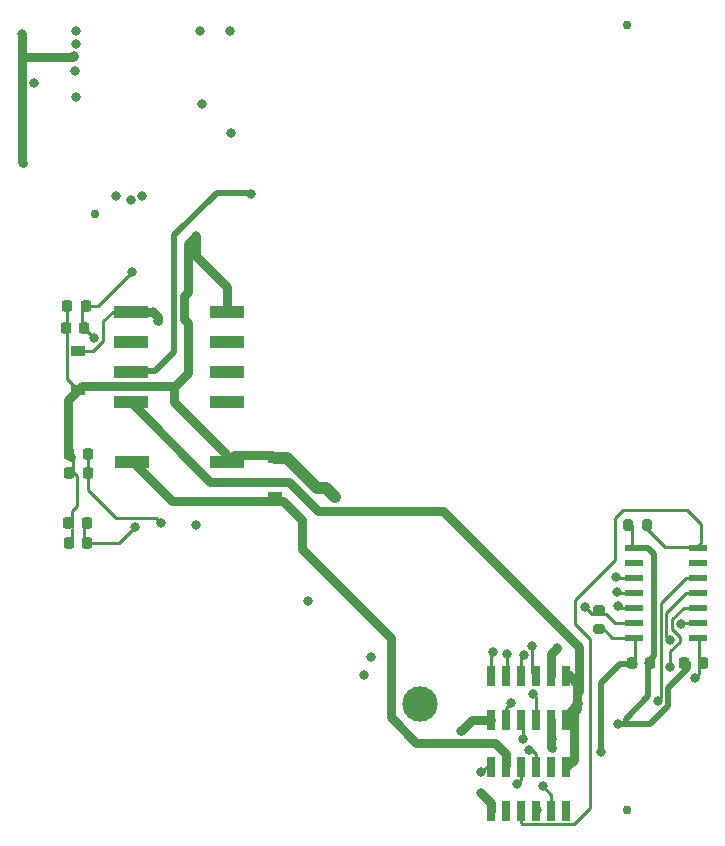
<source format=gbr>
G04 #@! TF.GenerationSoftware,KiCad,Pcbnew,6.0.0+dfsg1-2*
G04 #@! TF.CreationDate,2022-02-08T13:12:27-05:00*
G04 #@! TF.ProjectId,RUSP_Daughterboard,52555350-5f44-4617-9567-68746572626f,rev?*
G04 #@! TF.SameCoordinates,Original*
G04 #@! TF.FileFunction,Copper,L4,Bot*
G04 #@! TF.FilePolarity,Positive*
%FSLAX46Y46*%
G04 Gerber Fmt 4.6, Leading zero omitted, Abs format (unit mm)*
G04 Created by KiCad (PCBNEW 6.0.0+dfsg1-2) date 2022-02-08 13:12:27*
%MOMM*%
%LPD*%
G01*
G04 APERTURE LIST*
G04 Aperture macros list*
%AMRoundRect*
0 Rectangle with rounded corners*
0 $1 Rounding radius*
0 $2 $3 $4 $5 $6 $7 $8 $9 X,Y pos of 4 corners*
0 Add a 4 corners polygon primitive as box body*
4,1,4,$2,$3,$4,$5,$6,$7,$8,$9,$2,$3,0*
0 Add four circle primitives for the rounded corners*
1,1,$1+$1,$2,$3*
1,1,$1+$1,$4,$5*
1,1,$1+$1,$6,$7*
1,1,$1+$1,$8,$9*
0 Add four rect primitives between the rounded corners*
20,1,$1+$1,$2,$3,$4,$5,0*
20,1,$1+$1,$4,$5,$6,$7,0*
20,1,$1+$1,$6,$7,$8,$9,0*
20,1,$1+$1,$8,$9,$2,$3,0*%
G04 Aperture macros list end*
G04 #@! TA.AperFunction,SMDPad,CuDef*
%ADD10RoundRect,0.200000X0.200000X0.275000X-0.200000X0.275000X-0.200000X-0.275000X0.200000X-0.275000X0*%
G04 #@! TD*
G04 #@! TA.AperFunction,SMDPad,CuDef*
%ADD11RoundRect,0.200000X0.275000X-0.200000X0.275000X0.200000X-0.275000X0.200000X-0.275000X-0.200000X0*%
G04 #@! TD*
G04 #@! TA.AperFunction,SMDPad,CuDef*
%ADD12RoundRect,0.218750X0.218750X0.256250X-0.218750X0.256250X-0.218750X-0.256250X0.218750X-0.256250X0*%
G04 #@! TD*
G04 #@! TA.AperFunction,SMDPad,CuDef*
%ADD13RoundRect,0.225000X-0.225000X-0.250000X0.225000X-0.250000X0.225000X0.250000X-0.225000X0.250000X0*%
G04 #@! TD*
G04 #@! TA.AperFunction,SMDPad,CuDef*
%ADD14RoundRect,0.225000X0.225000X0.250000X-0.225000X0.250000X-0.225000X-0.250000X0.225000X-0.250000X0*%
G04 #@! TD*
G04 #@! TA.AperFunction,ComponentPad*
%ADD15C,3.000000*%
G04 #@! TD*
G04 #@! TA.AperFunction,SMDPad,CuDef*
%ADD16R,0.740000X1.675000*%
G04 #@! TD*
G04 #@! TA.AperFunction,SMDPad,CuDef*
%ADD17C,0.750000*%
G04 #@! TD*
G04 #@! TA.AperFunction,SMDPad,CuDef*
%ADD18R,3.000000X1.110000*%
G04 #@! TD*
G04 #@! TA.AperFunction,SMDPad,CuDef*
%ADD19R,1.200000X0.900000*%
G04 #@! TD*
G04 #@! TA.AperFunction,SMDPad,CuDef*
%ADD20R,1.500000X0.600000*%
G04 #@! TD*
G04 #@! TA.AperFunction,ViaPad*
%ADD21C,0.800000*%
G04 #@! TD*
G04 #@! TA.AperFunction,Conductor*
%ADD22C,0.250000*%
G04 #@! TD*
G04 #@! TA.AperFunction,Conductor*
%ADD23C,0.750000*%
G04 #@! TD*
G04 #@! TA.AperFunction,Conductor*
%ADD24C,0.500000*%
G04 #@! TD*
G04 #@! TA.AperFunction,Conductor*
%ADD25C,1.000000*%
G04 #@! TD*
G04 APERTURE END LIST*
D10*
X173225000Y-112850000D03*
X171575000Y-112850000D03*
D11*
X169150000Y-121675000D03*
X169150000Y-120025000D03*
D12*
X125887500Y-108475000D03*
X124312500Y-108475000D03*
X125802500Y-112725000D03*
X124227500Y-112725000D03*
X125687500Y-94300000D03*
X124112500Y-94300000D03*
D13*
X171925000Y-124550000D03*
X173475000Y-124550000D03*
D14*
X177925000Y-124500000D03*
X176375000Y-124500000D03*
X125865000Y-106850000D03*
X124315000Y-106850000D03*
X125800000Y-114350000D03*
X124250000Y-114350000D03*
X125575000Y-96200000D03*
X124025000Y-96200000D03*
D15*
X154000000Y-128000000D03*
D16*
X160025000Y-137040000D03*
X160025000Y-133360000D03*
X161295000Y-137040000D03*
X161295000Y-133360000D03*
X162565000Y-137040000D03*
X162565000Y-133360000D03*
X163835000Y-137040000D03*
X163835000Y-133360000D03*
X165105000Y-137040000D03*
X165105000Y-133360000D03*
X166375000Y-137040000D03*
X166375000Y-133360000D03*
D17*
X171500000Y-70500000D03*
X126500000Y-86500000D03*
D16*
X160025000Y-129340000D03*
X160025000Y-125660000D03*
X161295000Y-129340000D03*
X161295000Y-125660000D03*
X162565000Y-129340000D03*
X162565000Y-125660000D03*
X163835000Y-129340000D03*
X163835000Y-125660000D03*
X165105000Y-129340000D03*
X165105000Y-125660000D03*
X166375000Y-129340000D03*
X166375000Y-125660000D03*
D18*
X129630000Y-107530000D03*
X129502000Y-102450000D03*
X129502000Y-99910000D03*
X129502000Y-97370000D03*
X129502000Y-94830000D03*
X137630000Y-94830000D03*
X137630000Y-97370000D03*
X137630000Y-99910000D03*
X137630000Y-102450000D03*
X137630000Y-107530000D03*
D19*
X125000000Y-101450000D03*
X125000000Y-98150000D03*
X141700000Y-110450000D03*
X141700000Y-107150000D03*
D17*
X171500000Y-137000000D03*
D20*
X172150000Y-122410000D03*
X172150000Y-121140000D03*
X172150000Y-119870000D03*
X172150000Y-118600000D03*
X172150000Y-117330000D03*
X172150000Y-116060000D03*
X172150000Y-114790000D03*
X177550000Y-114790000D03*
X177550000Y-116060000D03*
X177550000Y-117330000D03*
X177550000Y-118600000D03*
X177550000Y-119870000D03*
X177550000Y-121140000D03*
X177550000Y-122410000D03*
D21*
X159132660Y-135507340D03*
X124723699Y-73134294D03*
X120300000Y-71300000D03*
X135000000Y-88400000D03*
X165600000Y-123300000D03*
X149225010Y-125524888D03*
X157480000Y-130302000D03*
X170800000Y-129700000D03*
X146050000Y-109728000D03*
X146812000Y-110490000D03*
X120396006Y-82200000D03*
X174149991Y-127749991D03*
X162700000Y-131000000D03*
X161400000Y-123800000D03*
X175200000Y-124900000D03*
X161694805Y-127925000D03*
X160200000Y-123600000D03*
X177300000Y-125800000D03*
X139700000Y-84836000D03*
X138000000Y-79700000D03*
X121300000Y-75400000D03*
X169300000Y-132100000D03*
X159200000Y-133800000D03*
X137900000Y-71000000D03*
X129537660Y-85362340D03*
X170650000Y-118550000D03*
X124800000Y-74400000D03*
X124909034Y-72152125D03*
X130481712Y-85032505D03*
X170600000Y-117250000D03*
X135500000Y-77250000D03*
X163600000Y-127200000D03*
X124900000Y-76600000D03*
X170800000Y-119750000D03*
X128300000Y-85000000D03*
X168000000Y-119800000D03*
X163500000Y-123100000D03*
X176100000Y-121200000D03*
X129600000Y-91400000D03*
X164400000Y-134974990D03*
X126437701Y-97037701D03*
X129900000Y-113000000D03*
X163200000Y-131900000D03*
X163900000Y-137025010D03*
X132029325Y-112674990D03*
X144500000Y-119300000D03*
X135010743Y-112824979D03*
X149855726Y-124068501D03*
X162200000Y-134800000D03*
X135400000Y-71000000D03*
X124900000Y-71000000D03*
X165201292Y-131775010D03*
X131400000Y-94800000D03*
X131826000Y-95600000D03*
X165201292Y-131001292D03*
X167400000Y-127000000D03*
X162775000Y-123900000D03*
X175124500Y-122600000D03*
D22*
X124714000Y-108458000D02*
X124968000Y-108712000D01*
X124968000Y-108712000D02*
X124968000Y-111232000D01*
X124968000Y-111232000D02*
X124530000Y-111670000D01*
X124530000Y-111670000D02*
X124530000Y-113025000D01*
X177635000Y-125465000D02*
X177635000Y-122485000D01*
X177300000Y-125800000D02*
X177635000Y-125465000D01*
X177635000Y-122485000D02*
X177620000Y-122500000D01*
X177620000Y-122500000D02*
X177550000Y-122500000D01*
D23*
X167400000Y-127000000D02*
X167300000Y-127100000D01*
X167300000Y-127100000D02*
X167300000Y-128415000D01*
X167300000Y-128415000D02*
X166375000Y-129340000D01*
X166375000Y-133360000D02*
X166999999Y-132735001D01*
X166999999Y-132735001D02*
X166999999Y-128300001D01*
X166999999Y-128300001D02*
X167400000Y-127900000D01*
X167400000Y-127000000D02*
X167500000Y-126900000D01*
X167500000Y-126900000D02*
X167500000Y-123200000D01*
X167500000Y-123200000D02*
X155956483Y-111656483D01*
X145400000Y-111656483D02*
X142943517Y-109200000D01*
X155956483Y-111656483D02*
X145400000Y-111656483D01*
X142943517Y-109200000D02*
X136252000Y-109200000D01*
X136252000Y-109200000D02*
X129502000Y-102450000D01*
D22*
X126437701Y-97037701D02*
X125410000Y-96010000D01*
X125410000Y-96010000D02*
X125410000Y-94300000D01*
X125410000Y-94300000D02*
X126700000Y-94300000D01*
X126700000Y-94300000D02*
X129600000Y-91400000D01*
X124390000Y-94300000D02*
X124074999Y-94615001D01*
X124074999Y-94615001D02*
X124074999Y-100452999D01*
X124074999Y-100452999D02*
X125222000Y-101600000D01*
D23*
X124723699Y-73134294D02*
X124657993Y-73200000D01*
X124657993Y-73200000D02*
X120410000Y-73200000D01*
X120410000Y-73200000D02*
X120300000Y-73310000D01*
X137600000Y-107600000D02*
X138266000Y-106934000D01*
X125350000Y-101100000D02*
X133104000Y-101100000D01*
X135000000Y-88400000D02*
X134366000Y-89034000D01*
X135000000Y-88400000D02*
X135000000Y-90042000D01*
D24*
X171400000Y-129241980D02*
X173300000Y-127341980D01*
D22*
X171915000Y-114515000D02*
X172200000Y-114800000D01*
D24*
X173457984Y-129700000D02*
X171400000Y-129700000D01*
D23*
X158442000Y-129340000D02*
X157480000Y-130302000D01*
D22*
X171915000Y-112850000D02*
X171915000Y-114515000D01*
D24*
X173824990Y-123910010D02*
X173824990Y-115324990D01*
D23*
X160025000Y-129340000D02*
X158442000Y-129340000D01*
D25*
X146050000Y-109728000D02*
X145288000Y-109728000D01*
D23*
X134366000Y-89034000D02*
X134366000Y-93134000D01*
X160025000Y-136399680D02*
X159132660Y-135507340D01*
X138266000Y-106934000D02*
X141478000Y-106934000D01*
D24*
X173185000Y-124550000D02*
X173824990Y-123910010D01*
X176665000Y-124993002D02*
X174999992Y-126658010D01*
D25*
X146050000Y-109728000D02*
X146812000Y-110490000D01*
D22*
X176665000Y-124500000D02*
X176370000Y-124500000D01*
D23*
X137600000Y-106866000D02*
X137600000Y-107600000D01*
X134366000Y-99980002D02*
X133175001Y-101171001D01*
X124206000Y-102244000D02*
X124206000Y-106869214D01*
X120300000Y-73310000D02*
X120300000Y-82103994D01*
D24*
X173300000Y-114800000D02*
X172100000Y-114800000D01*
X174999992Y-126658010D02*
X174999992Y-128157992D01*
D25*
X142748000Y-107188000D02*
X141732000Y-107188000D01*
D24*
X171400000Y-129700000D02*
X171400000Y-129241980D01*
D23*
X125000000Y-101450000D02*
X125350000Y-101100000D01*
X134000000Y-95400000D02*
X134366000Y-95766000D01*
X134000000Y-93500000D02*
X134000000Y-95400000D01*
X160025000Y-137040000D02*
X160025000Y-136399680D01*
D24*
X171400000Y-129700000D02*
X170800000Y-129700000D01*
D23*
X137668000Y-92710000D02*
X137668000Y-94742000D01*
X165105000Y-125660000D02*
X165105000Y-123795000D01*
X120300000Y-82103994D02*
X120396006Y-82200000D01*
D22*
X124540000Y-114350000D02*
X124540000Y-113204000D01*
D24*
X174999992Y-128157992D02*
X173457984Y-129700000D01*
D23*
X134366000Y-95766000D02*
X134366000Y-99980002D01*
X165105000Y-123795000D02*
X165600000Y-123300000D01*
X120300000Y-71300000D02*
X120300000Y-73310000D01*
X133104000Y-101100000D02*
X133175001Y-101171001D01*
D25*
X145288000Y-109728000D02*
X142748000Y-107188000D01*
D22*
X124615000Y-108475000D02*
X124615000Y-107287000D01*
D23*
X133175001Y-102441001D02*
X137600000Y-106866000D01*
X124206000Y-106869214D02*
X124460000Y-107123214D01*
X135000000Y-90042000D02*
X137668000Y-92710000D01*
X133175001Y-101171001D02*
X133175001Y-102441001D01*
D24*
X176665000Y-124500000D02*
X176665000Y-124993002D01*
D23*
X125000000Y-101450000D02*
X124206000Y-102244000D01*
D24*
X173300000Y-127341980D02*
X173300000Y-124600000D01*
D23*
X134366000Y-93134000D02*
X134000000Y-93500000D01*
D24*
X173824990Y-115324990D02*
X173300000Y-114800000D01*
D22*
X174400000Y-119480000D02*
X174400000Y-127499982D01*
X176550000Y-117330000D02*
X174400000Y-119480000D01*
X174400000Y-127499982D02*
X174149991Y-127749991D01*
X177550000Y-117330000D02*
X176550000Y-117330000D01*
X162700000Y-131000000D02*
X162700000Y-129300000D01*
X176000000Y-122749114D02*
X175200000Y-123549114D01*
X175200000Y-123549114D02*
X175200000Y-124900000D01*
X176356998Y-119870000D02*
X175375489Y-120851509D01*
X175375489Y-121675489D02*
X176000000Y-122300000D01*
X177550000Y-119870000D02*
X176356998Y-119870000D01*
X161400000Y-123800000D02*
X161400000Y-125400000D01*
X176000000Y-122300000D02*
X176000000Y-122749114D01*
X175375489Y-120851509D02*
X175375489Y-121675489D01*
D24*
X131572000Y-99822000D02*
X129286000Y-99822000D01*
X133174989Y-88313011D02*
X133174989Y-98219011D01*
X139573000Y-84709000D02*
X139700000Y-84836000D01*
D22*
X160025000Y-123775000D02*
X160200000Y-123600000D01*
X161295000Y-128324805D02*
X161694805Y-127925000D01*
D24*
X136779000Y-84709000D02*
X133174989Y-88313011D01*
D22*
X160025000Y-125660000D02*
X160025000Y-123775000D01*
X161295000Y-129340000D02*
X161295000Y-128324805D01*
D24*
X136779000Y-84709000D02*
X139573000Y-84709000D01*
X133174989Y-98219011D02*
X131572000Y-99822000D01*
D22*
X170260000Y-122410000D02*
X169200000Y-121350000D01*
X172150000Y-122410000D02*
X170260000Y-122410000D01*
X159640000Y-133360000D02*
X159200000Y-133800000D01*
D24*
X170900000Y-124600000D02*
X172200000Y-124600000D01*
D22*
X172215000Y-124550000D02*
X172215000Y-122565000D01*
D24*
X169300000Y-132100000D02*
X169300000Y-126200000D01*
X169300000Y-126200000D02*
X170900000Y-124600000D01*
D22*
X160025000Y-133360000D02*
X159640000Y-133360000D01*
X172150000Y-118600000D02*
X170700000Y-118600000D01*
X170700000Y-118600000D02*
X170650000Y-118550000D01*
X172150000Y-117330000D02*
X170680000Y-117330000D01*
X170680000Y-117330000D02*
X170600000Y-117250000D01*
X163835000Y-129340000D02*
X163835000Y-127435000D01*
X163835000Y-127435000D02*
X163600000Y-127200000D01*
X172150000Y-119870000D02*
X170920000Y-119870000D01*
X170920000Y-119870000D02*
X170800000Y-119750000D01*
X168550000Y-120350000D02*
X168000000Y-119800000D01*
X170500000Y-121150000D02*
X172200000Y-121150000D01*
X169150000Y-120365000D02*
X169715000Y-120365000D01*
X169715000Y-120365000D02*
X170500000Y-121150000D01*
X169150000Y-120350000D02*
X168550000Y-120350000D01*
X163500000Y-125400000D02*
X163500000Y-123100000D01*
X177550000Y-121140000D02*
X176160000Y-121140000D01*
X176160000Y-121140000D02*
X176100000Y-121200000D01*
X163800000Y-125700000D02*
X163500000Y-125400000D01*
X165105000Y-137040000D02*
X165105000Y-135679990D01*
X165105000Y-135679990D02*
X164400000Y-134974990D01*
X163835000Y-133360000D02*
X163835000Y-132272500D01*
X125510000Y-114350000D02*
X125510000Y-113010000D01*
X163835000Y-132272500D02*
X163462500Y-131900000D01*
X125600000Y-114400000D02*
X128500000Y-114400000D01*
X163462500Y-131900000D02*
X163200000Y-131900000D01*
X128500000Y-114400000D02*
X129900000Y-113000000D01*
X131629326Y-112274991D02*
X132029325Y-112674990D01*
X125925000Y-109925000D02*
X128274991Y-112274991D01*
X128274991Y-112274991D02*
X131629326Y-112274991D01*
X125925000Y-106860000D02*
X125915000Y-106850000D01*
X125925000Y-108475000D02*
X125925000Y-109925000D01*
X125925000Y-108475000D02*
X125925000Y-106860000D01*
X162565000Y-134435000D02*
X162200000Y-134800000D01*
X162565000Y-133360000D02*
X162565000Y-134435000D01*
X176600000Y-111600000D02*
X177800000Y-112800000D01*
X172885000Y-112850000D02*
X172885000Y-112815000D01*
X177785000Y-112800000D02*
X177785000Y-114415000D01*
X174770000Y-114700000D02*
X177550000Y-114700000D01*
X170500000Y-112300000D02*
X171200000Y-111600000D01*
X162565000Y-138127500D02*
X162640001Y-138202501D01*
X168400000Y-136807502D02*
X168400000Y-122500000D01*
X177785000Y-114415000D02*
X177400000Y-114800000D01*
X162640001Y-138202501D02*
X167005001Y-138202501D01*
X172885000Y-112815000D02*
X174770000Y-114700000D01*
X167100000Y-121200000D02*
X167100000Y-119200000D01*
X170500000Y-115800000D02*
X170500000Y-112300000D01*
X167005001Y-138202501D02*
X168400000Y-136807502D01*
X171200000Y-111600000D02*
X176600000Y-111600000D01*
X167100000Y-119200000D02*
X170500000Y-115800000D01*
X162565000Y-137040000D02*
X162565000Y-138127500D01*
X168400000Y-122500000D02*
X167100000Y-121200000D01*
D23*
X129502000Y-94830000D02*
X131370000Y-94830000D01*
X165105000Y-131678718D02*
X165201292Y-131775010D01*
D22*
X125000000Y-98150000D02*
X126350000Y-98150000D01*
X126350000Y-98150000D02*
X127200000Y-97300000D01*
X127200000Y-97300000D02*
X127200000Y-95600000D01*
D23*
X131370000Y-94830000D02*
X131400000Y-94800000D01*
X131400000Y-94800000D02*
X131826000Y-95226000D01*
X131826000Y-95226000D02*
X131826000Y-95600000D01*
D22*
X127200000Y-95600000D02*
X128000000Y-94800000D01*
D23*
X165105000Y-129340000D02*
X165105000Y-131678718D01*
D22*
X128000000Y-94800000D02*
X129400000Y-94800000D01*
D23*
X129800000Y-107600000D02*
X133000000Y-110800000D01*
X144000000Y-114914248D02*
X151500000Y-122414248D01*
X161300000Y-132259635D02*
X161300000Y-133200000D01*
X151500000Y-122414248D02*
X151500000Y-129085501D01*
X160320896Y-131280531D02*
X161300000Y-132259635D01*
X144000000Y-112400000D02*
X144000000Y-114914248D01*
X153695030Y-131280531D02*
X160320896Y-131280531D01*
X142400000Y-110800000D02*
X144000000Y-112400000D01*
X133000000Y-110800000D02*
X142400000Y-110800000D01*
X151500000Y-129085501D02*
X153695030Y-131280531D01*
X166375000Y-129340000D02*
X166375000Y-129025000D01*
X167300000Y-126300000D02*
X166500000Y-125500000D01*
X167300000Y-128100000D02*
X167300000Y-126300000D01*
X166375000Y-129025000D02*
X167300000Y-128100000D01*
D22*
X162565000Y-124110000D02*
X162775000Y-123900000D01*
X176550000Y-118600000D02*
X177550000Y-118600000D01*
X174850011Y-120299989D02*
X176550000Y-118600000D01*
X174850011Y-122325511D02*
X174850011Y-120299989D01*
X162565000Y-125660000D02*
X162565000Y-124110000D01*
X175124500Y-122600000D02*
X174850011Y-122325511D01*
M02*

</source>
